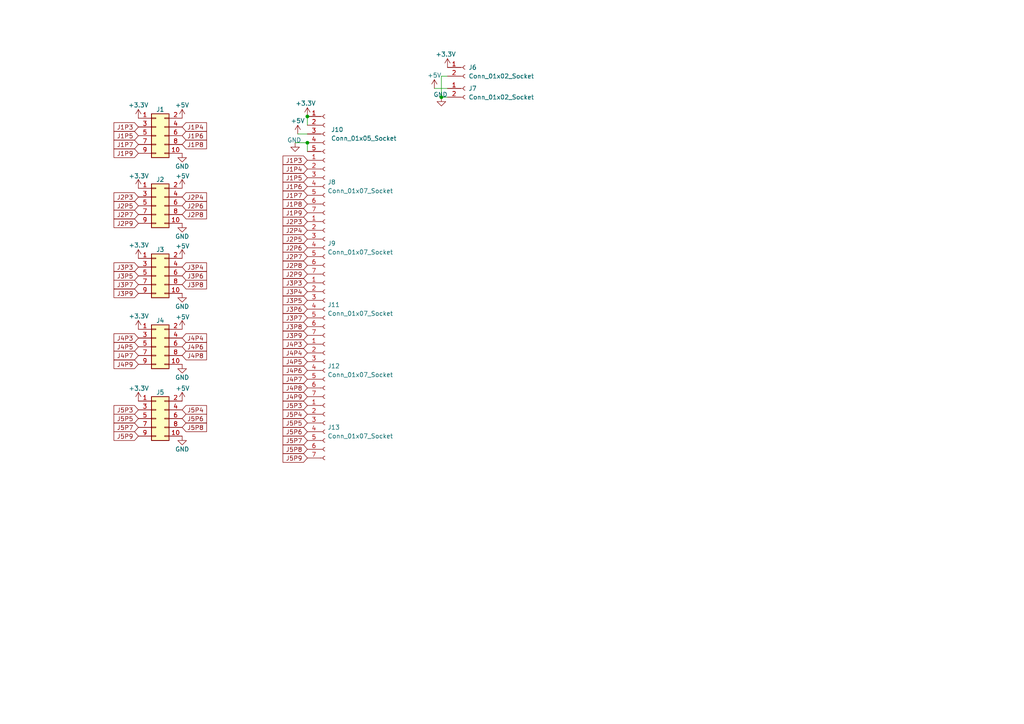
<source format=kicad_sch>
(kicad_sch (version 20230121) (generator eeschema)
  (paper "A4")
  (lib_symbols
    (symbol "Connector:Conn_01x02_Socket" (pin_names (offset 1.016) hide)
      (property "Reference" "J" (at 0 2.54 0))
      (property "Value" "Conn_01x02_Socket" (at 0 -5.08 0))
      (symbol "Conn_01x02_Socket_1_1"
        (arc (start 0 -2.032) (mid -0.5058 -2.54) (end 0 -3.048) (stroke (width 0.1524)))
        (polyline (pts (xy -1.27 -2.54) (xy -0.508 -2.54)) (stroke (width 0.1524)))
        (polyline (pts (xy -1.27 0) (xy -0.508 0)) (stroke (width 0.1524)))
        (arc (start 0 0.508) (mid -0.5058 0) (end 0 -0.508) (stroke (width 0.1524)))
        (pin passive line (at -5.08 0 0) (length 3.81) (name "Pin_1") (number "1"))
        (pin passive line (at -5.08 -2.54 0) (length 3.81) (name "Pin_2") (number "2"))
      )
    )
    (symbol "Connector:Conn_01x05_Socket" (pin_names (offset 1.016) hide)
      (property "Reference" "J" (at 0 7.62 0))
      (property "Value" "Conn_01x05_Socket" (at 0 -7.62 0))
      (symbol "Conn_01x05_Socket_1_1"
        (arc (start 0 -4.572) (mid -0.5058 -5.08) (end 0 -5.588) (stroke (width 0.1524)))
        (arc (start 0 -2.032) (mid -0.5058 -2.54) (end 0 -3.048) (stroke (width 0.1524)))
        (polyline (pts (xy -1.27 -5.08) (xy -0.508 -5.08)) (stroke (width 0.1524)))
        (polyline (pts (xy -1.27 -2.54) (xy -0.508 -2.54)) (stroke (width 0.1524)))
        (polyline (pts (xy -1.27 0) (xy -0.508 0)) (stroke (width 0.1524)))
        (polyline (pts (xy -1.27 2.54) (xy -0.508 2.54)) (stroke (width 0.1524)))
        (polyline (pts (xy -1.27 5.08) (xy -0.508 5.08)) (stroke (width 0.1524)))
        (arc (start 0 0.508) (mid -0.5058 0) (end 0 -0.508) (stroke (width 0.1524)))
        (arc (start 0 3.048) (mid -0.5058 2.54) (end 0 2.032) (stroke (width 0.1524)))
        (arc (start 0 5.588) (mid -0.5058 5.08) (end 0 4.572) (stroke (width 0.1524)))
        (pin passive line (at -5.08 5.08 0) (length 3.81) (name "Pin_1") (number "1"))
        (pin passive line (at -5.08 2.54 0) (length 3.81) (name "Pin_2") (number "2"))
        (pin passive line (at -5.08 0 0) (length 3.81) (name "Pin_3") (number "3"))
        (pin passive line (at -5.08 -2.54 0) (length 3.81) (name "Pin_4") (number "4"))
        (pin passive line (at -5.08 -5.08 0) (length 3.81) (name "Pin_5") (number "5"))
      )
    )
    (symbol "Connector:Conn_01x07_Socket" (pin_names (offset 1.016) hide)
      (property "Reference" "J" (at 0 10.16 0))
      (property "Value" "Conn_01x07_Socket" (at 0 -10.16 0))
      (symbol "Conn_01x07_Socket_1_1"
        (arc (start 0 -7.112) (mid -0.5058 -7.62) (end 0 -8.128) (stroke (width 0.1524)))
        (arc (start 0 -4.572) (mid -0.5058 -5.08) (end 0 -5.588) (stroke (width 0.1524)))
        (arc (start 0 -2.032) (mid -0.5058 -2.54) (end 0 -3.048) (stroke (width 0.1524)))
        (polyline (pts (xy -1.27 -7.62) (xy -0.508 -7.62)) (stroke (width 0.1524)))
        (polyline (pts (xy -1.27 -5.08) (xy -0.508 -5.08)) (stroke (width 0.1524)))
        (polyline (pts (xy -1.27 -2.54) (xy -0.508 -2.54)) (stroke (width 0.1524)))
        (polyline (pts (xy -1.27 0) (xy -0.508 0)) (stroke (width 0.1524)))
        (polyline (pts (xy -1.27 2.54) (xy -0.508 2.54)) (stroke (width 0.1524)))
        (polyline (pts (xy -1.27 5.08) (xy -0.508 5.08)) (stroke (width 0.1524)))
        (polyline (pts (xy -1.27 7.62) (xy -0.508 7.62)) (stroke (width 0.1524)))
        (arc (start 0 0.508) (mid -0.5058 0) (end 0 -0.508) (stroke (width 0.1524)))
        (arc (start 0 3.048) (mid -0.5058 2.54) (end 0 2.032) (stroke (width 0.1524)))
        (arc (start 0 5.588) (mid -0.5058 5.08) (end 0 4.572) (stroke (width 0.1524)))
        (arc (start 0 8.128) (mid -0.5058 7.62) (end 0 7.112) (stroke (width 0.1524)))
        (pin passive line (at -5.08 7.62 0) (length 3.81) (name "Pin_1") (number "1"))
        (pin passive line (at -5.08 5.08 0) (length 3.81) (name "Pin_2") (number "2"))
        (pin passive line (at -5.08 2.54 0) (length 3.81) (name "Pin_3") (number "3"))
        (pin passive line (at -5.08 0 0) (length 3.81) (name "Pin_4") (number "4"))
        (pin passive line (at -5.08 -2.54 0) (length 3.81) (name "Pin_5") (number "5"))
        (pin passive line (at -5.08 -5.08 0) (length 3.81) (name "Pin_6") (number "6"))
        (pin passive line (at -5.08 -7.62 0) (length 3.81) (name "Pin_7") (number "7"))
      )
    )
    (symbol "Connector_Generic:Conn_02x05_Odd_Even" (pin_names (offset 1.016) hide)
      (property "Reference" "J" (at 1.27 7.62 0))
      (property "Value" "Conn_02x05_Odd_Even" (at 1.27 -7.62 0))
      (symbol "Conn_02x05_Odd_Even_1_1"
        (rectangle (start -1.27 -4.953) (end 0 -5.207) (stroke (width 0.1524)))
        (rectangle (start -1.27 -2.413) (end 0 -2.667) (stroke (width 0.1524)))
        (rectangle (start -1.27 0.127) (end 0 -0.127) (stroke (width 0.1524)))
        (rectangle (start -1.27 2.667) (end 0 2.413) (stroke (width 0.1524)))
        (rectangle (start -1.27 5.207) (end 0 4.953) (stroke (width 0.1524)))
        (rectangle (start -1.27 6.35) (end 3.81 -6.35) (stroke (width 0.254)) (fill (type background)))
        (rectangle (start 3.81 -4.953) (end 2.54 -5.207) (stroke (width 0.1524)))
        (rectangle (start 3.81 -2.413) (end 2.54 -2.667) (stroke (width 0.1524)))
        (rectangle (start 3.81 0.127) (end 2.54 -0.127) (stroke (width 0.1524)))
        (rectangle (start 3.81 2.667) (end 2.54 2.413) (stroke (width 0.1524)))
        (rectangle (start 3.81 5.207) (end 2.54 4.953) (stroke (width 0.1524)))
        (pin passive line (at -5.08 5.08 0) (length 3.81) (name "Pin_1") (number "1"))
        (pin passive line (at 7.62 -5.08 180) (length 3.81) (name "Pin_10") (number "10"))
        (pin passive line (at 7.62 5.08 180) (length 3.81) (name "Pin_2") (number "2"))
        (pin passive line (at -5.08 2.54 0) (length 3.81) (name "Pin_3") (number "3"))
        (pin passive line (at 7.62 2.54 180) (length 3.81) (name "Pin_4") (number "4"))
        (pin passive line (at -5.08 0 0) (length 3.81) (name "Pin_5") (number "5"))
        (pin passive line (at 7.62 0 180) (length 3.81) (name "Pin_6") (number "6"))
        (pin passive line (at -5.08 -2.54 0) (length 3.81) (name "Pin_7") (number "7"))
        (pin passive line (at 7.62 -2.54 180) (length 3.81) (name "Pin_8") (number "8"))
        (pin passive line (at -5.08 -5.08 0) (length 3.81) (name "Pin_9") (number "9"))
      )
    )
    (symbol "power:+3.3V" (power) (pin_names (offset 0))
      (property "Value" "+3.3V" (at 0 3.556 0))
      (symbol "+3.3V_0_1"
        (polyline (pts (xy -0.762 1.27) (xy 0 2.54)))
        (polyline (pts (xy 0 0) (xy 0 2.54)))
        (polyline (pts (xy 0 2.54) (xy 0.762 1.27)))
      )
      (symbol "+3.3V_1_1"
        (pin power_in line (at 0 0 90) (length 0) hide (name "+3.3V") (number "1"))
      )
    )
    (symbol "power:+5V" (power) (pin_names (offset 0))
      (property "Value" "+5V" (at 0 3.556 0))
      (symbol "+5V_0_1"
        (polyline (pts (xy -0.762 1.27) (xy 0 2.54)))
        (polyline (pts (xy 0 0) (xy 0 2.54)))
        (polyline (pts (xy 0 2.54) (xy 0.762 1.27)))
      )
      (symbol "+5V_1_1"
        (pin power_in line (at 0 0 90) (length 0) hide (name "+5V") (number "1"))
      )
    )
    (symbol "power:GND" (power) (pin_names (offset 0))
      (property "Value" "GND" (at 0 -3.81 0))
      (symbol "GND_0_1"
        (polyline (pts (xy 0 0) (xy 0 -1.27) (xy 1.27 -1.27) (xy 0 -2.54) (xy -1.27 -1.27) (xy 0 -1.27)))
      )
      (symbol "GND_1_1"
        (pin power_in line (at 0 0 270) (length 0) hide (name "GND") (number "1"))
      )
    )
  )
  (junction (at 128.016 28.194))
  (junction (at 89.154 33.782))
  (junction (at 89.154 41.402))
  (wire (pts (xy 128.016 28.194) (xy 129.794 28.194)))
  (wire (pts (xy 125.984 25.654) (xy 129.794 25.654)))
  (wire (pts (xy 89.154 33.782) (xy 89.154 36.322)))
  (wire (pts (xy 129.794 22.098) (xy 128.016 22.098)))
  (wire (pts (xy 128.016 22.098) (xy 128.016 28.194)))
  (wire (pts (xy 85.598 41.402) (xy 89.154 41.402)))
  (wire (pts (xy 89.154 41.402) (xy 89.154 43.942)))
  (wire (pts (xy 86.36 38.862) (xy 89.154 38.862)))
  (global_label "J4P5" (shape input) (at 40.132 100.584 180) (property "Intersheetrefs" "${INTERSHEET_REFS}" (effects hide)))
  (global_label "J3P3" (shape input) (at 89.154 82.042 180) (property "Intersheetrefs" "${INTERSHEET_REFS}" (effects hide)))
  (global_label "J1P9" (shape input) (at 89.154 61.722 180) (property "Intersheetrefs" "${INTERSHEET_REFS}" (effects hide)))
  (global_label "J3P8" (shape input) (at 52.832 82.55 0) (property "Intersheetrefs" "${INTERSHEET_REFS}" (effects hide)))
  (global_label "J1P8" (shape input) (at 89.154 59.182 180) (property "Intersheetrefs" "${INTERSHEET_REFS}" (effects hide)))
  (global_label "J1P6" (shape input) (at 52.832 39.37 0) (property "Intersheetrefs" "${INTERSHEET_REFS}" (effects hide)))
  (global_label "J4P9" (shape input) (at 40.132 105.664 180) (property "Intersheetrefs" "${INTERSHEET_REFS}" (effects hide)))
  (global_label "J4P6" (shape input) (at 89.154 107.442 180) (property "Intersheetrefs" "${INTERSHEET_REFS}" (effects hide)))
  (global_label "J5P7" (shape input) (at 40.132 123.952 180) (property "Intersheetrefs" "${INTERSHEET_REFS}" (effects hide)))
  (global_label "J5P3" (shape input) (at 40.132 118.872 180) (property "Intersheetrefs" "${INTERSHEET_REFS}" (effects hide)))
  (global_label "J1P5" (shape input) (at 40.132 39.37 180) (property "Intersheetrefs" "${INTERSHEET_REFS}" (effects hide)))
  (global_label "J5P4" (shape input) (at 52.832 118.872 0) (property "Intersheetrefs" "${INTERSHEET_REFS}" (effects hide)))
  (global_label "J4P7" (shape input) (at 40.132 103.124 180) (property "Intersheetrefs" "${INTERSHEET_REFS}" (effects hide)))
  (global_label "J1P4" (shape input) (at 52.832 36.83 0) (property "Intersheetrefs" "${INTERSHEET_REFS}" (effects hide)))
  (global_label "J1P4" (shape input) (at 89.154 49.022 180) (property "Intersheetrefs" "${INTERSHEET_REFS}" (effects hide)))
  (global_label "J3P6" (shape input) (at 89.154 89.662 180) (property "Intersheetrefs" "${INTERSHEET_REFS}" (effects hide)))
  (global_label "J5P9" (shape input) (at 89.154 132.842 180) (property "Intersheetrefs" "${INTERSHEET_REFS}" (effects hide)))
  (global_label "J4P4" (shape input) (at 89.154 102.362 180) (property "Intersheetrefs" "${INTERSHEET_REFS}" (effects hide)))
  (global_label "J3P4" (shape input) (at 89.154 84.582 180) (property "Intersheetrefs" "${INTERSHEET_REFS}" (effects hide)))
  (global_label "J4P9" (shape input) (at 89.154 115.062 180) (property "Intersheetrefs" "${INTERSHEET_REFS}" (effects hide)))
  (global_label "J4P8" (shape input) (at 52.832 103.124 0) (property "Intersheetrefs" "${INTERSHEET_REFS}" (effects hide)))
  (global_label "J2P9" (shape input) (at 40.132 64.77 180) (property "Intersheetrefs" "${INTERSHEET_REFS}" (effects hide)))
  (global_label "J2P8" (shape input) (at 52.832 62.23 0) (property "Intersheetrefs" "${INTERSHEET_REFS}" (effects hide)))
  (global_label "J2P3" (shape input) (at 40.132 57.15 180) (property "Intersheetrefs" "${INTERSHEET_REFS}" (effects hide)))
  (global_label "J1P3" (shape input) (at 89.154 46.482 180) (property "Intersheetrefs" "${INTERSHEET_REFS}" (effects hide)))
  (global_label "J1P9" (shape input) (at 40.132 44.45 180) (property "Intersheetrefs" "${INTERSHEET_REFS}" (effects hide)))
  (global_label "J3P9" (shape input) (at 40.132 85.09 180) (property "Intersheetrefs" "${INTERSHEET_REFS}" (effects hide)))
  (global_label "J4P6" (shape input) (at 52.832 100.584 0) (property "Intersheetrefs" "${INTERSHEET_REFS}" (effects hide)))
  (global_label "J4P8" (shape input) (at 89.154 112.522 180) (property "Intersheetrefs" "${INTERSHEET_REFS}" (effects hide)))
  (global_label "J5P5" (shape input) (at 40.132 121.412 180) (property "Intersheetrefs" "${INTERSHEET_REFS}" (effects hide)))
  (global_label "J3P4" (shape input) (at 52.832 77.47 0) (property "Intersheetrefs" "${INTERSHEET_REFS}" (effects hide)))
  (global_label "J3P5" (shape input) (at 40.132 80.01 180) (property "Intersheetrefs" "${INTERSHEET_REFS}" (effects hide)))
  (global_label "J1P3" (shape input) (at 40.132 36.83 180) (property "Intersheetrefs" "${INTERSHEET_REFS}" (effects hide)))
  (global_label "J2P6" (shape input) (at 89.154 71.882 180) (property "Intersheetrefs" "${INTERSHEET_REFS}" (effects hide)))
  (global_label "J2P8" (shape input) (at 89.154 76.962 180) (property "Intersheetrefs" "${INTERSHEET_REFS}" (effects hide)))
  (global_label "J5P8" (shape input) (at 52.832 123.952 0) (property "Intersheetrefs" "${INTERSHEET_REFS}" (effects hide)))
  (global_label "J5P3" (shape input) (at 89.154 117.602 180) (property "Intersheetrefs" "${INTERSHEET_REFS}" (effects hide)))
  (global_label "J2P9" (shape input) (at 89.154 79.502 180) (property "Intersheetrefs" "${INTERSHEET_REFS}" (effects hide)))
  (global_label "J2P3" (shape input) (at 89.154 64.262 180) (property "Intersheetrefs" "${INTERSHEET_REFS}" (effects hide)))
  (global_label "J2P7" (shape input) (at 89.154 74.422 180) (property "Intersheetrefs" "${INTERSHEET_REFS}" (effects hide)))
  (global_label "J5P5" (shape input) (at 89.154 122.682 180) (property "Intersheetrefs" "${INTERSHEET_REFS}" (effects hide)))
  (global_label "J4P4" (shape input) (at 52.832 98.044 0) (property "Intersheetrefs" "${INTERSHEET_REFS}" (effects hide)))
  (global_label "J4P3" (shape input) (at 40.132 98.044 180) (property "Intersheetrefs" "${INTERSHEET_REFS}" (effects hide)))
  (global_label "J5P8" (shape input) (at 89.154 130.302 180) (property "Intersheetrefs" "${INTERSHEET_REFS}" (effects hide)))
  (global_label "J5P9" (shape input) (at 40.132 126.492 180) (property "Intersheetrefs" "${INTERSHEET_REFS}" (effects hide)))
  (global_label "J1P6" (shape input) (at 89.154 54.102 180) (property "Intersheetrefs" "${INTERSHEET_REFS}" (effects hide)))
  (global_label "J4P3" (shape input) (at 89.154 99.822 180) (property "Intersheetrefs" "${INTERSHEET_REFS}" (effects hide)))
  (global_label "J5P4" (shape input) (at 89.154 120.142 180) (property "Intersheetrefs" "${INTERSHEET_REFS}" (effects hide)))
  (global_label "J3P3" (shape input) (at 40.132 77.47 180) (property "Intersheetrefs" "${INTERSHEET_REFS}" (effects hide)))
  (global_label "J3P9" (shape input) (at 89.154 97.282 180) (property "Intersheetrefs" "${INTERSHEET_REFS}" (effects hide)))
  (global_label "J1P5" (shape input) (at 89.154 51.562 180) (property "Intersheetrefs" "${INTERSHEET_REFS}" (effects hide)))
  (global_label "J3P7" (shape input) (at 40.132 82.55 180) (property "Intersheetrefs" "${INTERSHEET_REFS}" (effects hide)))
  (global_label "J2P4" (shape input) (at 52.832 57.15 0) (property "Intersheetrefs" "${INTERSHEET_REFS}" (effects hide)))
  (global_label "J5P6" (shape input) (at 89.154 125.222 180) (property "Intersheetrefs" "${INTERSHEET_REFS}" (effects hide)))
  (global_label "J2P4" (shape input) (at 89.154 66.802 180) (property "Intersheetrefs" "${INTERSHEET_REFS}" (effects hide)))
  (global_label "J3P5" (shape input) (at 89.154 87.122 180) (property "Intersheetrefs" "${INTERSHEET_REFS}" (effects hide)))
  (global_label "J2P5" (shape input) (at 89.154 69.342 180) (property "Intersheetrefs" "${INTERSHEET_REFS}" (effects hide)))
  (global_label "J1P8" (shape input) (at 52.832 41.91 0) (property "Intersheetrefs" "${INTERSHEET_REFS}" (effects hide)))
  (global_label "J5P6" (shape input) (at 52.832 121.412 0) (property "Intersheetrefs" "${INTERSHEET_REFS}" (effects hide)))
  (global_label "J2P6" (shape input) (at 52.832 59.69 0) (property "Intersheetrefs" "${INTERSHEET_REFS}" (effects hide)))
  (global_label "J2P7" (shape input) (at 40.132 62.23 180) (property "Intersheetrefs" "${INTERSHEET_REFS}" (effects hide)))
  (global_label "J5P7" (shape input) (at 89.154 127.762 180) (property "Intersheetrefs" "${INTERSHEET_REFS}" (effects hide)))
  (global_label "J3P6" (shape input) (at 52.832 80.01 0) (property "Intersheetrefs" "${INTERSHEET_REFS}" (effects hide)))
  (global_label "J3P8" (shape input) (at 89.154 94.742 180) (property "Intersheetrefs" "${INTERSHEET_REFS}" (effects hide)))
  (global_label "J1P7" (shape input) (at 89.154 56.642 180) (property "Intersheetrefs" "${INTERSHEET_REFS}" (effects hide)))
  (global_label "J4P5" (shape input) (at 89.154 104.902 180) (property "Intersheetrefs" "${INTERSHEET_REFS}" (effects hide)))
  (global_label "J4P7" (shape input) (at 89.154 109.982 180) (property "Intersheetrefs" "${INTERSHEET_REFS}" (effects hide)))
  (global_label "J2P5" (shape input) (at 40.132 59.69 180) (property "Intersheetrefs" "${INTERSHEET_REFS}" (effects hide)))
  (global_label "J1P7" (shape input) (at 40.132 41.91 180) (property "Intersheetrefs" "${INTERSHEET_REFS}" (effects hide)))
  (global_label "J3P7" (shape input) (at 89.154 92.202 180) (property "Intersheetrefs" "${INTERSHEET_REFS}" (effects hide)))
  (symbol (lib_id "Connector:Conn_01x02_Socket") (at 134.874 25.654 0) (unit 1)
    (property "Reference" "J7" (at 135.89 25.654 0) (effects (justify left)))
    (property "Value" "Conn_01x02_Socket" (at 135.89 28.194 0) (effects (justify left)))
    (property "Footprint" "Connector_JST:JST_XH_B2B-XH-A_1x02_P2.50mm_Vertical" (effects hide))
  )
  (symbol (lib_id "Connector:Conn_01x07_Socket") (at 94.234 71.882 0) (unit 1)
    (property "Reference" "J9" (at 94.996 70.612 0) (effects (justify left)))
    (property "Value" "Conn_01x07_Socket" (at 94.996 73.152 0) (effects (justify left)))
    (property "Footprint" "Connector_PinSocket_2.54mm:PinSocket_1x07_P2.54mm_Vertical" (effects hide))
  )
  (symbol (lib_id "power:+5V") (at 52.832 95.504 0) (unit 1)
    (property "Reference" "#PWR07" (effects hide))
    (property "Value" "+5V" (at 52.959 91.948 0))
  )
  (symbol (lib_id "power:+3.3V") (at 40.132 34.29 0) (unit 1)
    (property "Reference" "#PWR01" (effects hide))
    (property "Value" "+3.3V" (at 40.132 30.48 0))
  )
  (symbol (lib_id "Connector_Generic:Conn_02x05_Odd_Even") (at 45.212 100.584 0) (unit 1)
    (property "Reference" "J4" (at 46.482 92.964 0))
    (property "Value" "Conn_02x05_Odd_Even" (effects hide))
    (property "Footprint" "Connector_PinHeader_1.27mm:PinHeader_2x05_P1.27mm_Vertical_SMD" (effects hide))
  )
  (symbol (lib_id "Connector:Conn_01x02_Socket") (at 134.874 19.558 0) (unit 1)
    (property "Reference" "J6" (at 135.89 19.558 0) (effects (justify left)))
    (property "Value" "Conn_01x02_Socket" (at 135.89 22.098 0) (effects (justify left)))
    (property "Footprint" "Connector_JST:JST_XH_B2B-XH-A_1x02_P2.50mm_Vertical" (effects hide))
  )
  (symbol (lib_id "power:+5V") (at 86.36 38.862 0) (unit 1)
    (property "Reference" "#PWR017" (effects hide))
    (property "Value" "+5V" (at 86.36 35.052 0))
  )
  (symbol (lib_id "Connector_Generic:Conn_02x05_Odd_Even") (at 45.212 80.01 0) (unit 1)
    (property "Reference" "J3" (at 46.482 72.39 0))
    (property "Value" "Conn_02x05_Odd_Even" (effects hide))
    (property "Footprint" "Connector_PinHeader_1.27mm:PinHeader_2x05_P1.27mm_Vertical_SMD" (effects hide))
  )
  (symbol (lib_id "Connector:Conn_01x07_Socket") (at 94.234 54.102 0) (unit 1)
    (property "Reference" "J8" (at 94.996 52.832 0) (effects (justify left)))
    (property "Value" "Conn_01x07_Socket" (at 94.996 55.372 0) (effects (justify left)))
    (property "Footprint" "Connector_PinSocket_2.54mm:PinSocket_1x07_P2.54mm_Vertical" (effects hide))
  )
  (symbol (lib_id "power:+5V") (at 52.832 116.332 0) (unit 1)
    (property "Reference" "#PWR06" (effects hide))
    (property "Value" "+5V" (at 52.959 112.649 0))
  )
  (symbol (lib_id "Connector_Generic:Conn_02x05_Odd_Even") (at 45.212 121.412 0) (unit 1)
    (property "Reference" "J5" (at 46.482 113.792 0))
    (property "Value" "Conn_02x05_Odd_Even" (effects hide))
    (property "Footprint" "Connector_PinHeader_1.27mm:PinHeader_2x05_P1.27mm_Vertical_SMD" (effects hide))
  )
  (symbol (lib_id "power:+5V") (at 52.832 74.93 0) (unit 1)
    (property "Reference" "#PWR08" (effects hide))
    (property "Value" "+5V" (at 52.959 71.374 0))
  )
  (symbol (lib_id "power:+5V") (at 125.984 25.654 0) (unit 1)
    (property "Reference" "#PWR020" (effects hide))
    (property "Value" "+5V" (at 125.984 21.844 0))
  )
  (symbol (lib_id "power:+3.3V") (at 129.794 19.558 0) (unit 1)
    (property "Reference" "#PWR019" (effects hide))
    (property "Value" "+3.3V" (at 129.286 15.748 0))
  )
  (symbol (lib_id "power:+3.3V") (at 89.154 33.782 0) (unit 1)
    (property "Reference" "#PWR016" (effects hide))
    (property "Value" "+3.3V" (at 88.646 29.972 0))
  )
  (symbol (lib_id "power:+3.3V") (at 40.132 95.504 0) (unit 1)
    (property "Reference" "#PWR04" (effects hide))
    (property "Value" "+3.3V" (at 40.259 91.694 0))
  )
  (symbol (lib_id "Connector:Conn_01x05_Socket") (at 94.234 38.862 0) (unit 1)
    (property "Reference" "J10" (at 96.012 37.592 0) (effects (justify left)))
    (property "Value" "Conn_01x05_Socket" (at 96.012 40.132 0) (effects (justify left)))
    (property "Footprint" "Connector_PinSocket_2.54mm:PinSocket_1x05_P2.54mm_Vertical" (effects hide))
  )
  (symbol (lib_id "Connector_Generic:Conn_02x05_Odd_Even") (at 45.212 59.69 0) (unit 1)
    (property "Reference" "J2" (at 46.482 52.07 0))
    (property "Value" "Conn_02x05_Odd_Even" (effects hide))
    (property "Footprint" "Connector_PinHeader_1.27mm:PinHeader_2x05_P1.27mm_Vertical_SMD" (effects hide))
  )
  (symbol (lib_id "power:+5V") (at 52.832 34.29 0) (unit 1)
    (property "Reference" "#PWR010" (effects hide))
    (property "Value" "+5V" (at 52.832 30.48 0))
  )
  (symbol (lib_id "power:GND") (at 52.832 64.77 0) (unit 1)
    (property "Reference" "#PWR012" (effects hide))
    (property "Value" "GND" (at 52.832 68.58 0))
  )
  (symbol (lib_id "Connector_Generic:Conn_02x05_Odd_Even") (at 45.212 39.37 0) (unit 1)
    (property "Reference" "J1" (at 46.482 31.75 0))
    (property "Value" "Conn_02x05_Odd_Even" (effects hide))
    (property "Footprint" "Connector_PinHeader_1.27mm:PinHeader_2x05_P1.27mm_Vertical_SMD" (effects hide))
  )
  (symbol (lib_id "power:GND") (at 52.832 44.45 0) (unit 1)
    (property "Reference" "#PWR011" (effects hide))
    (property "Value" "GND" (at 52.832 48.26 0))
  )
  (symbol (lib_id "power:+3.3V") (at 40.132 54.61 0) (unit 1)
    (property "Reference" "#PWR02" (effects hide))
    (property "Value" "+3.3V" (at 40.259 51.054 0))
  )
  (symbol (lib_id "power:GND") (at 85.598 41.402 0) (unit 1)
    (property "Reference" "#PWR018" (effects hide))
    (property "Value" "GND" (at 85.344 40.64 0))
  )
  (symbol (lib_id "power:GND") (at 52.832 105.664 0) (unit 1)
    (property "Reference" "#PWR014" (effects hide))
    (property "Value" "GND" (at 52.832 109.474 0))
  )
  (symbol (lib_id "Connector:Conn_01x07_Socket") (at 94.234 107.442 0) (unit 1)
    (property "Reference" "J12" (at 94.996 106.172 0) (effects (justify left)))
    (property "Value" "Conn_01x07_Socket" (at 94.996 108.712 0) (effects (justify left)))
    (property "Footprint" "Connector_PinSocket_2.54mm:PinSocket_1x07_P2.54mm_Vertical" (effects hide))
  )
  (symbol (lib_id "power:GND") (at 52.832 85.09 0) (unit 1)
    (property "Reference" "#PWR013" (effects hide))
    (property "Value" "GND" (at 52.832 88.9 0))
  )
  (symbol (lib_id "power:+3.3V") (at 40.132 116.332 0) (unit 1)
    (property "Reference" "#PWR05" (effects hide))
    (property "Value" "+3.3V" (at 40.259 112.649 0))
  )
  (symbol (lib_id "power:GND") (at 52.832 126.492 0) (unit 1)
    (property "Reference" "#PWR015" (effects hide))
    (property "Value" "GND" (at 52.832 130.302 0))
  )
  (symbol (lib_id "power:GND") (at 128.016 28.194 0) (unit 1)
    (property "Reference" "#PWR021" (effects hide))
    (property "Value" "GND" (at 127.762 27.432 0))
  )
  (symbol (lib_id "Connector:Conn_01x07_Socket") (at 94.234 89.662 0) (unit 1)
    (property "Reference" "J11" (at 94.996 88.392 0) (effects (justify left)))
    (property "Value" "Conn_01x07_Socket" (at 94.996 90.932 0) (effects (justify left)))
    (property "Footprint" "Connector_PinSocket_2.54mm:PinSocket_1x07_P2.54mm_Vertical" (effects hide))
  )
  (symbol (lib_id "power:+5V") (at 52.832 54.61 0) (unit 1)
    (property "Reference" "#PWR09" (effects hide))
    (property "Value" "+5V" (at 52.959 51.054 0))
  )
  (symbol (lib_id "Connector:Conn_01x07_Socket") (at 94.234 125.222 0) (unit 1)
    (property "Reference" "J13" (at 94.996 123.952 0) (effects (justify left)))
    (property "Value" "Conn_01x07_Socket" (at 94.996 126.492 0) (effects (justify left)))
    (property "Footprint" "Connector_PinSocket_2.54mm:PinSocket_1x07_P2.54mm_Vertical" (effects hide))
  )
  (symbol (lib_id "power:+3.3V") (at 40.132 74.93 0) (unit 1)
    (property "Reference" "#PWR03" (effects hide))
    (property "Value" "+3.3V" (at 40.259 71.12 0))
  )
)
</source>
